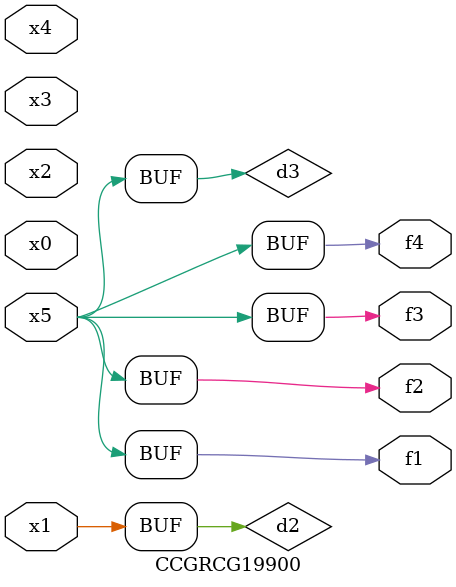
<source format=v>
module CCGRCG19900(
	input x0, x1, x2, x3, x4, x5,
	output f1, f2, f3, f4
);

	wire d1, d2, d3;

	not (d1, x5);
	or (d2, x1);
	xnor (d3, d1);
	assign f1 = d3;
	assign f2 = d3;
	assign f3 = d3;
	assign f4 = d3;
endmodule

</source>
